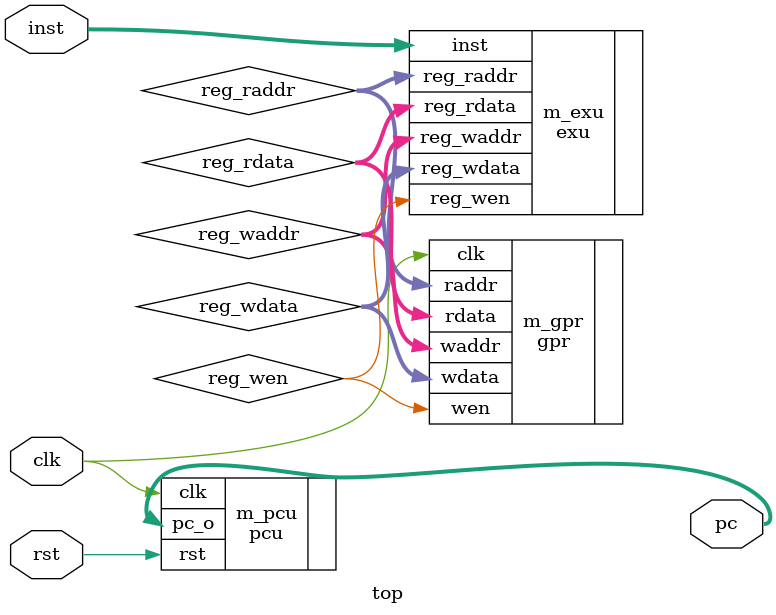
<source format=v>
module top(
    input wire clk, 
    input wire rst,
    
    input wire [31:0] inst,
    output reg [31:0] pc
);
    
    reg reg_wen;

    reg [4:0] reg_waddr;
    reg [31:0] reg_wdata;

    reg [4:0] reg_raddr;
    reg [31:0] reg_rdata;

    gpr m_gpr(
        .clk(clk),
        .raddr(reg_raddr),
        .rdata(reg_rdata),
        .waddr(reg_waddr),
        .wdata(reg_wdata),
        .wen(reg_wen)
    );

    pcu m_pcu(
        .clk(clk),
        .rst(rst),
        .pc_o(pc)
    );

    exu m_exu(
        .inst(inst),
        .reg_raddr(reg_raddr),
        .reg_rdata(reg_rdata),
        .reg_waddr(reg_waddr),
        .reg_wdata(reg_wdata),
        .reg_wen(reg_wen)
    );

endmodule

</source>
